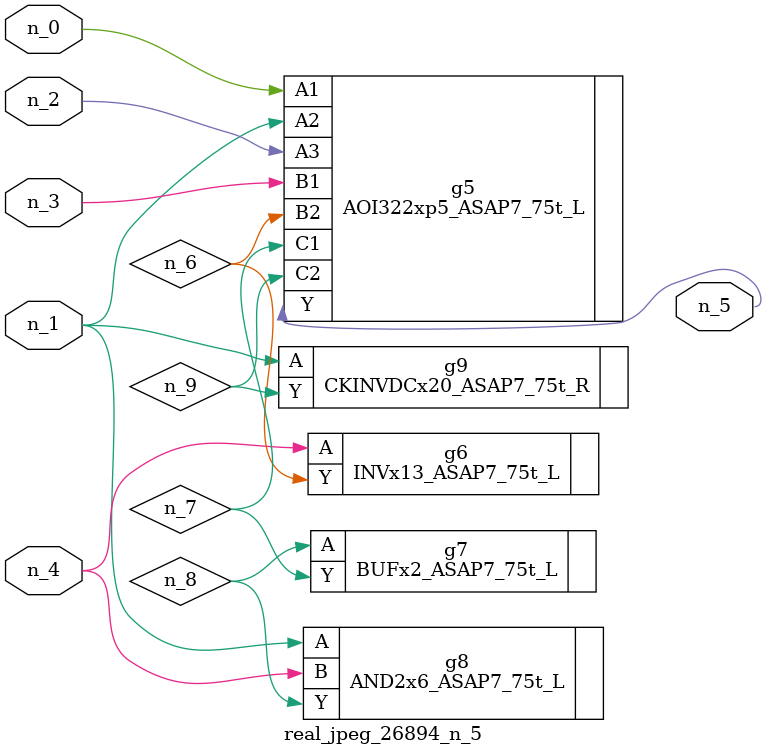
<source format=v>
module real_jpeg_26894_n_5 (n_4, n_0, n_1, n_2, n_3, n_5);

input n_4;
input n_0;
input n_1;
input n_2;
input n_3;

output n_5;

wire n_8;
wire n_6;
wire n_7;
wire n_9;

AOI322xp5_ASAP7_75t_L g5 ( 
.A1(n_0),
.A2(n_1),
.A3(n_2),
.B1(n_3),
.B2(n_6),
.C1(n_7),
.C2(n_9),
.Y(n_5)
);

AND2x6_ASAP7_75t_L g8 ( 
.A(n_1),
.B(n_4),
.Y(n_8)
);

CKINVDCx20_ASAP7_75t_R g9 ( 
.A(n_1),
.Y(n_9)
);

INVx13_ASAP7_75t_L g6 ( 
.A(n_4),
.Y(n_6)
);

BUFx2_ASAP7_75t_L g7 ( 
.A(n_8),
.Y(n_7)
);


endmodule
</source>
